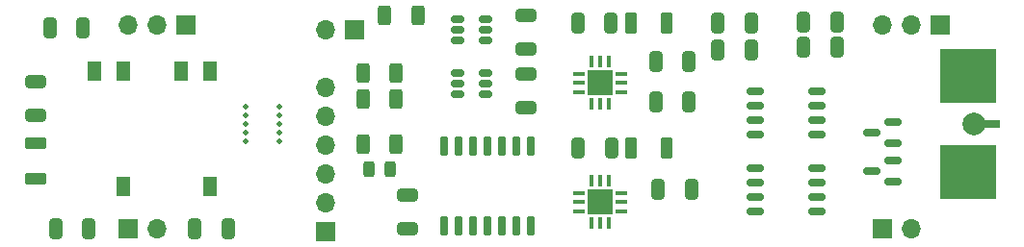
<source format=gbr>
%TF.GenerationSoftware,KiCad,Pcbnew,8.0.6*%
%TF.CreationDate,2024-11-11T23:30:30+07:00*%
%TF.ProjectId,panel,70616e65-6c2e-46b6-9963-61645f706362,rev?*%
%TF.SameCoordinates,PX6b0cc90PY5b8d800*%
%TF.FileFunction,Soldermask,Top*%
%TF.FilePolarity,Negative*%
%FSLAX46Y46*%
G04 Gerber Fmt 4.6, Leading zero omitted, Abs format (unit mm)*
G04 Created by KiCad (PCBNEW 8.0.6) date 2024-11-11 23:30:30*
%MOMM*%
%LPD*%
G01*
G04 APERTURE LIST*
G04 Aperture macros list*
%AMRoundRect*
0 Rectangle with rounded corners*
0 $1 Rounding radius*
0 $2 $3 $4 $5 $6 $7 $8 $9 X,Y pos of 4 corners*
0 Add a 4 corners polygon primitive as box body*
4,1,4,$2,$3,$4,$5,$6,$7,$8,$9,$2,$3,0*
0 Add four circle primitives for the rounded corners*
1,1,$1+$1,$2,$3*
1,1,$1+$1,$4,$5*
1,1,$1+$1,$6,$7*
1,1,$1+$1,$8,$9*
0 Add four rect primitives between the rounded corners*
20,1,$1+$1,$2,$3,$4,$5,0*
20,1,$1+$1,$4,$5,$6,$7,0*
20,1,$1+$1,$6,$7,$8,$9,0*
20,1,$1+$1,$8,$9,$2,$3,0*%
G04 Aperture macros list end*
%ADD10RoundRect,0.250000X-0.650000X0.325000X-0.650000X-0.325000X0.650000X-0.325000X0.650000X0.325000X0*%
%ADD11RoundRect,0.175000X0.175000X0.712500X-0.175000X0.712500X-0.175000X-0.712500X0.175000X-0.712500X0*%
%ADD12R,1.700000X1.700000*%
%ADD13O,1.700000X1.700000*%
%ADD14C,2.000000*%
%ADD15RoundRect,0.087500X0.462500X-0.087500X0.462500X0.087500X-0.462500X0.087500X-0.462500X-0.087500X0*%
%ADD16RoundRect,0.087500X-0.087500X-0.462500X0.087500X-0.462500X0.087500X0.462500X-0.087500X0.462500X0*%
%ADD17R,2.250000X2.250000*%
%ADD18RoundRect,0.250000X-0.325000X-0.650000X0.325000X-0.650000X0.325000X0.650000X-0.325000X0.650000X0*%
%ADD19RoundRect,0.250000X0.275000X0.700000X-0.275000X0.700000X-0.275000X-0.700000X0.275000X-0.700000X0*%
%ADD20RoundRect,0.250000X0.650000X-0.325000X0.650000X0.325000X-0.650000X0.325000X-0.650000X-0.325000X0*%
%ADD21C,0.500000*%
%ADD22RoundRect,0.150000X0.587500X0.150000X-0.587500X0.150000X-0.587500X-0.150000X0.587500X-0.150000X0*%
%ADD23RoundRect,0.243750X-0.243750X-0.456250X0.243750X-0.456250X0.243750X0.456250X-0.243750X0.456250X0*%
%ADD24RoundRect,0.150000X0.450000X-0.150000X0.450000X0.150000X-0.450000X0.150000X-0.450000X-0.150000X0*%
%ADD25RoundRect,0.250000X-0.312500X-0.625000X0.312500X-0.625000X0.312500X0.625000X-0.312500X0.625000X0*%
%ADD26R,2.350000X0.700000*%
%ADD27R,4.900000X4.800000*%
%ADD28RoundRect,0.162500X0.600000X-0.162500X0.600000X0.162500X-0.600000X0.162500X-0.600000X-0.162500X0*%
%ADD29RoundRect,0.250000X0.700000X-0.275000X0.700000X0.275000X-0.700000X0.275000X-0.700000X-0.275000X0*%
%ADD30RoundRect,0.250000X0.325000X0.650000X-0.325000X0.650000X-0.325000X-0.650000X0.325000X-0.650000X0*%
%ADD31R,1.200000X1.800000*%
G04 APERTURE END LIST*
D10*
%TO.C,C16*%
X45399999Y15675000D03*
X45399999Y12725000D03*
%TD*%
D11*
%TO.C,H1*%
X38189999Y2274000D03*
X39459999Y2274000D03*
X40729999Y2274000D03*
X41999999Y2274000D03*
X43269999Y2274000D03*
X44539999Y2274000D03*
X45809999Y2274000D03*
X45809999Y9350000D03*
X44539999Y9350000D03*
X43269999Y9350000D03*
X41999999Y9350000D03*
X40729999Y9350000D03*
X39459999Y9350000D03*
X38189999Y9350000D03*
%TD*%
D12*
%TO.C,J3*%
X27749999Y1800000D03*
D13*
X27749999Y4340000D03*
X27749999Y6880000D03*
X27749999Y9420000D03*
X27749999Y11960000D03*
X27749999Y14500000D03*
%TD*%
D14*
%TO.C,REF\u002A\u002A*%
X84749999Y11250000D03*
%TD*%
D15*
%TO.C,IC2*%
X50049999Y15700000D03*
X50049999Y14900000D03*
X50049999Y14100000D03*
D16*
X51099999Y13050000D03*
X51899999Y13050000D03*
X52699999Y13050000D03*
D15*
X53749999Y14100000D03*
X53749999Y14900000D03*
X53749999Y15700000D03*
D16*
X52699999Y16750000D03*
X51899999Y16750000D03*
X51099999Y16750000D03*
D17*
X51899999Y14900000D03*
%TD*%
D18*
%TO.C,C4*%
X56774999Y16750000D03*
X59724999Y16750000D03*
%TD*%
%TO.C,C3*%
X62274999Y20150000D03*
X65224999Y20150000D03*
%TD*%
D19*
%TO.C,FB1*%
X57724999Y20150000D03*
X54574999Y20150000D03*
%TD*%
D20*
%TO.C,C15*%
X45399999Y17875000D03*
X45399999Y20825000D03*
%TD*%
D21*
%TO.C,mouse-bite-3mm-slot*%
X20750000Y9738000D03*
X23750000Y9738000D03*
X23750000Y10488000D03*
X20750000Y10500000D03*
X20750000Y11250000D03*
X23750000Y11250000D03*
X20750000Y12000000D03*
X23750000Y12000000D03*
X20750000Y12774000D03*
X23750000Y12774000D03*
%TD*%
D12*
%TO.C,J2*%
X30289999Y19580000D03*
D13*
X27749999Y19580000D03*
%TD*%
D12*
%TO.C,J6*%
X76669999Y2000000D03*
D13*
X79209999Y2000000D03*
%TD*%
D22*
%TO.C,D1*%
X77624999Y9550000D03*
X77624999Y11450000D03*
X75749999Y10500000D03*
%TD*%
D18*
%TO.C,C9*%
X57024999Y5500000D03*
X59974999Y5500000D03*
%TD*%
D23*
%TO.C,D3*%
X31562499Y7250000D03*
X33437499Y7250000D03*
%TD*%
D18*
%TO.C,C8*%
X49974999Y9150000D03*
X52924999Y9150000D03*
%TD*%
D20*
%TO.C,C14*%
X34999999Y2025000D03*
X34999999Y4975000D03*
%TD*%
D24*
%TO.C,IC1*%
X39349999Y20500000D03*
X39349999Y19550000D03*
X39349999Y18600000D03*
X41849999Y18600000D03*
X41849999Y19550000D03*
X41849999Y20500000D03*
%TD*%
D18*
%TO.C,C6*%
X69774999Y18000000D03*
X72724999Y18000000D03*
%TD*%
D12*
%TO.C,J4*%
X81749999Y20000000D03*
D13*
X79209999Y20000000D03*
X76669999Y20000000D03*
%TD*%
D25*
%TO.C,R1*%
X31037499Y9500000D03*
X33962499Y9500000D03*
%TD*%
D26*
%TO.C,J1*%
X85850999Y11250000D03*
D27*
X84275999Y7000000D03*
X84275999Y15500000D03*
%TD*%
D18*
%TO.C,C5*%
X56774999Y13250000D03*
X59724999Y13250000D03*
%TD*%
D28*
%TO.C,IC3*%
X65537999Y14155000D03*
X65537999Y12885000D03*
X65537999Y11615000D03*
X65537999Y10345000D03*
X70961999Y10345000D03*
X70961999Y11615000D03*
X70961999Y12885000D03*
X70961999Y14155000D03*
%TD*%
D22*
%TO.C,D2*%
X77624999Y6150000D03*
X77624999Y8050000D03*
X75749999Y7100000D03*
%TD*%
D19*
%TO.C,FB2*%
X57774999Y9150000D03*
X54624999Y9150000D03*
%TD*%
D18*
%TO.C,C7*%
X69774999Y20250000D03*
X72724999Y20250000D03*
%TD*%
%TO.C,C2*%
X62274999Y17750000D03*
X65224999Y17750000D03*
%TD*%
%TO.C,C1*%
X49924999Y20150000D03*
X52874999Y20150000D03*
%TD*%
D25*
%TO.C,R4*%
X31037499Y13500000D03*
X33962499Y13500000D03*
%TD*%
D15*
%TO.C,IC5*%
X50049999Y5200000D03*
X50049999Y4400000D03*
X50049999Y3600000D03*
D16*
X51099999Y2550000D03*
X51899999Y2550000D03*
X52699999Y2550000D03*
D15*
X53749999Y3600000D03*
X53749999Y4400000D03*
X53749999Y5200000D03*
D16*
X52699999Y6250000D03*
X51899999Y6250000D03*
X51099999Y6250000D03*
D17*
X51899999Y4400000D03*
%TD*%
D28*
%TO.C,IC6*%
X65537999Y7405000D03*
X65537999Y6135000D03*
X65537999Y4865000D03*
X65537999Y3595000D03*
X70961999Y3595000D03*
X70961999Y4865000D03*
X70961999Y6135000D03*
X70961999Y7405000D03*
%TD*%
D24*
%TO.C,IC4*%
X39349999Y15750000D03*
X39349999Y14800000D03*
X39349999Y13850000D03*
X41849999Y13850000D03*
X41849999Y14800000D03*
X41849999Y15750000D03*
%TD*%
D25*
%TO.C,R2*%
X32937499Y20850000D03*
X35862499Y20850000D03*
%TD*%
%TO.C,R3*%
X31037499Y15750000D03*
X33962499Y15750000D03*
%TD*%
D18*
%TO.C,C12*%
X3525002Y19749999D03*
X6475002Y19749999D03*
%TD*%
D10*
%TO.C,C11*%
X2250002Y14974999D03*
X2250002Y12024999D03*
%TD*%
D29*
%TO.C,L1*%
X2250002Y6424999D03*
X2250002Y9574999D03*
%TD*%
D30*
%TO.C,C13*%
X19225002Y1999999D03*
X16275002Y1999999D03*
%TD*%
D31*
%TO.C,PS1*%
X17580002Y15924999D03*
X15040002Y15924999D03*
X9960002Y15924999D03*
X7420002Y15924999D03*
X9960002Y5724999D03*
X17580002Y5724999D03*
%TD*%
D18*
%TO.C,C10*%
X4025002Y1999999D03*
X6975002Y1999999D03*
%TD*%
D12*
%TO.C,J5*%
X15500002Y19999999D03*
D13*
X12960002Y19999999D03*
X10420002Y19999999D03*
%TD*%
D12*
%TO.C,J7*%
X10420002Y1999999D03*
D13*
X12960002Y1999999D03*
%TD*%
M02*

</source>
